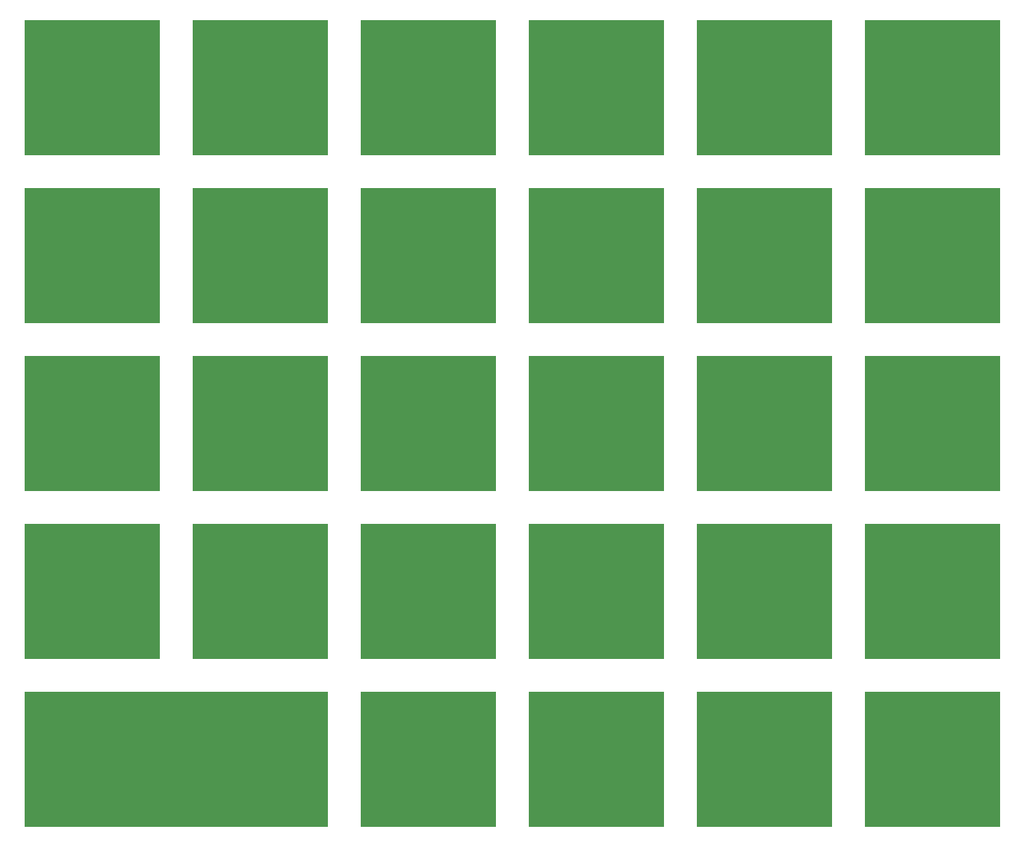
<source format=gbs>
G04 #@! TF.GenerationSoftware,KiCad,Pcbnew,(6.0.10)*
G04 #@! TF.CreationDate,2023-08-27T19:00:13-04:00*
G04 #@! TF.ProjectId,split-plate,73706c69-742d-4706-9c61-74652e6b6963,rev?*
G04 #@! TF.SameCoordinates,Original*
G04 #@! TF.FileFunction,Soldermask,Bot*
G04 #@! TF.FilePolarity,Negative*
%FSLAX46Y46*%
G04 Gerber Fmt 4.6, Leading zero omitted, Abs format (unit mm)*
G04 Created by KiCad (PCBNEW (6.0.10)) date 2023-08-27 19:00:13*
%MOMM*%
%LPD*%
G01*
G04 APERTURE LIST*
%ADD10C,0.100000*%
G04 APERTURE END LIST*
D10*
X123349188Y-51911468D02*
X138589188Y-51911468D01*
X138589188Y-51911468D02*
X138589188Y-67151468D01*
X138589188Y-67151468D02*
X123349188Y-67151468D01*
X123349188Y-67151468D02*
X123349188Y-51911468D01*
G36*
X123349188Y-51911468D02*
G01*
X138589188Y-51911468D01*
X138589188Y-67151468D01*
X123349188Y-67151468D01*
X123349188Y-51911468D01*
G37*
X161449188Y-109061468D02*
X176689188Y-109061468D01*
X176689188Y-109061468D02*
X176689188Y-124301468D01*
X176689188Y-124301468D02*
X161449188Y-124301468D01*
X161449188Y-124301468D02*
X161449188Y-109061468D01*
G36*
X161449188Y-109061468D02*
G01*
X176689188Y-109061468D01*
X176689188Y-124301468D01*
X161449188Y-124301468D01*
X161449188Y-109061468D01*
G37*
X180499188Y-70961468D02*
X195739188Y-70961468D01*
X195739188Y-70961468D02*
X195739188Y-86201468D01*
X195739188Y-86201468D02*
X180499188Y-86201468D01*
X180499188Y-86201468D02*
X180499188Y-70961468D01*
G36*
X180499188Y-70961468D02*
G01*
X195739188Y-70961468D01*
X195739188Y-86201468D01*
X180499188Y-86201468D01*
X180499188Y-70961468D01*
G37*
X161449188Y-51911468D02*
X176689188Y-51911468D01*
X176689188Y-51911468D02*
X176689188Y-67151468D01*
X176689188Y-67151468D02*
X161449188Y-67151468D01*
X161449188Y-67151468D02*
X161449188Y-51911468D01*
G36*
X161449188Y-51911468D02*
G01*
X176689188Y-51911468D01*
X176689188Y-67151468D01*
X161449188Y-67151468D01*
X161449188Y-51911468D01*
G37*
X199549188Y-51911468D02*
X214789188Y-51911468D01*
X214789188Y-51911468D02*
X214789188Y-67151468D01*
X214789188Y-67151468D02*
X199549188Y-67151468D01*
X199549188Y-67151468D02*
X199549188Y-51911468D01*
G36*
X199549188Y-51911468D02*
G01*
X214789188Y-51911468D01*
X214789188Y-67151468D01*
X199549188Y-67151468D01*
X199549188Y-51911468D01*
G37*
X180499188Y-109061468D02*
X195739188Y-109061468D01*
X195739188Y-109061468D02*
X195739188Y-124301468D01*
X195739188Y-124301468D02*
X180499188Y-124301468D01*
X180499188Y-124301468D02*
X180499188Y-109061468D01*
G36*
X180499188Y-109061468D02*
G01*
X195739188Y-109061468D01*
X195739188Y-124301468D01*
X180499188Y-124301468D01*
X180499188Y-109061468D01*
G37*
X161449188Y-70961468D02*
X176689188Y-70961468D01*
X176689188Y-70961468D02*
X176689188Y-86201468D01*
X176689188Y-86201468D02*
X161449188Y-86201468D01*
X161449188Y-86201468D02*
X161449188Y-70961468D01*
G36*
X161449188Y-70961468D02*
G01*
X176689188Y-70961468D01*
X176689188Y-86201468D01*
X161449188Y-86201468D01*
X161449188Y-70961468D01*
G37*
X142399188Y-109061468D02*
X157639188Y-109061468D01*
X157639188Y-109061468D02*
X157639188Y-124301468D01*
X157639188Y-124301468D02*
X142399188Y-124301468D01*
X142399188Y-124301468D02*
X142399188Y-109061468D01*
G36*
X142399188Y-109061468D02*
G01*
X157639188Y-109061468D01*
X157639188Y-124301468D01*
X142399188Y-124301468D01*
X142399188Y-109061468D01*
G37*
X142399188Y-128111468D02*
X157639188Y-128111468D01*
X157639188Y-128111468D02*
X157639188Y-143351468D01*
X157639188Y-143351468D02*
X142399188Y-143351468D01*
X142399188Y-143351468D02*
X142399188Y-128111468D01*
G36*
X142399188Y-128111468D02*
G01*
X157639188Y-128111468D01*
X157639188Y-143351468D01*
X142399188Y-143351468D01*
X142399188Y-128111468D01*
G37*
X199549188Y-109061468D02*
X214789188Y-109061468D01*
X214789188Y-109061468D02*
X214789188Y-124301468D01*
X214789188Y-124301468D02*
X199549188Y-124301468D01*
X199549188Y-124301468D02*
X199549188Y-109061468D01*
G36*
X199549188Y-109061468D02*
G01*
X214789188Y-109061468D01*
X214789188Y-124301468D01*
X199549188Y-124301468D01*
X199549188Y-109061468D01*
G37*
X180499188Y-90011468D02*
X195739188Y-90011468D01*
X195739188Y-90011468D02*
X195739188Y-105251468D01*
X195739188Y-105251468D02*
X180499188Y-105251468D01*
X180499188Y-105251468D02*
X180499188Y-90011468D01*
G36*
X180499188Y-90011468D02*
G01*
X195739188Y-90011468D01*
X195739188Y-105251468D01*
X180499188Y-105251468D01*
X180499188Y-90011468D01*
G37*
X199549188Y-70961468D02*
X214789188Y-70961468D01*
X214789188Y-70961468D02*
X214789188Y-86201468D01*
X214789188Y-86201468D02*
X199549188Y-86201468D01*
X199549188Y-86201468D02*
X199549188Y-70961468D01*
G36*
X199549188Y-70961468D02*
G01*
X214789188Y-70961468D01*
X214789188Y-86201468D01*
X199549188Y-86201468D01*
X199549188Y-70961468D01*
G37*
X104299188Y-70961468D02*
X119539188Y-70961468D01*
X119539188Y-70961468D02*
X119539188Y-86201468D01*
X119539188Y-86201468D02*
X104299188Y-86201468D01*
X104299188Y-86201468D02*
X104299188Y-70961468D01*
G36*
X104299188Y-70961468D02*
G01*
X119539188Y-70961468D01*
X119539188Y-86201468D01*
X104299188Y-86201468D01*
X104299188Y-70961468D01*
G37*
X123349188Y-109061468D02*
X138589188Y-109061468D01*
X138589188Y-109061468D02*
X138589188Y-124301468D01*
X138589188Y-124301468D02*
X123349188Y-124301468D01*
X123349188Y-124301468D02*
X123349188Y-109061468D01*
G36*
X123349188Y-109061468D02*
G01*
X138589188Y-109061468D01*
X138589188Y-124301468D01*
X123349188Y-124301468D01*
X123349188Y-109061468D01*
G37*
X180499188Y-51911468D02*
X195739188Y-51911468D01*
X195739188Y-51911468D02*
X195739188Y-67151468D01*
X195739188Y-67151468D02*
X180499188Y-67151468D01*
X180499188Y-67151468D02*
X180499188Y-51911468D01*
G36*
X180499188Y-51911468D02*
G01*
X195739188Y-51911468D01*
X195739188Y-67151468D01*
X180499188Y-67151468D01*
X180499188Y-51911468D01*
G37*
X104299188Y-109061468D02*
X119539188Y-109061468D01*
X119539188Y-109061468D02*
X119539188Y-124301468D01*
X119539188Y-124301468D02*
X104299188Y-124301468D01*
X104299188Y-124301468D02*
X104299188Y-109061468D01*
G36*
X104299188Y-109061468D02*
G01*
X119539188Y-109061468D01*
X119539188Y-124301468D01*
X104299188Y-124301468D01*
X104299188Y-109061468D01*
G37*
X104299188Y-90011468D02*
X119539188Y-90011468D01*
X119539188Y-90011468D02*
X119539188Y-105251468D01*
X119539188Y-105251468D02*
X104299188Y-105251468D01*
X104299188Y-105251468D02*
X104299188Y-90011468D01*
G36*
X104299188Y-90011468D02*
G01*
X119539188Y-90011468D01*
X119539188Y-105251468D01*
X104299188Y-105251468D01*
X104299188Y-90011468D01*
G37*
X123349188Y-70961468D02*
X138589188Y-70961468D01*
X138589188Y-70961468D02*
X138589188Y-86201468D01*
X138589188Y-86201468D02*
X123349188Y-86201468D01*
X123349188Y-86201468D02*
X123349188Y-70961468D01*
G36*
X123349188Y-70961468D02*
G01*
X138589188Y-70961468D01*
X138589188Y-86201468D01*
X123349188Y-86201468D01*
X123349188Y-70961468D01*
G37*
X199549188Y-128111468D02*
X214789188Y-128111468D01*
X214789188Y-128111468D02*
X214789188Y-143351468D01*
X214789188Y-143351468D02*
X199549188Y-143351468D01*
X199549188Y-143351468D02*
X199549188Y-128111468D01*
G36*
X199549188Y-128111468D02*
G01*
X214789188Y-128111468D01*
X214789188Y-143351468D01*
X199549188Y-143351468D01*
X199549188Y-128111468D01*
G37*
X142399188Y-90011468D02*
X157639188Y-90011468D01*
X157639188Y-90011468D02*
X157639188Y-105251468D01*
X157639188Y-105251468D02*
X142399188Y-105251468D01*
X142399188Y-105251468D02*
X142399188Y-90011468D01*
G36*
X142399188Y-90011468D02*
G01*
X157639188Y-90011468D01*
X157639188Y-105251468D01*
X142399188Y-105251468D01*
X142399188Y-90011468D01*
G37*
X123349188Y-90011468D02*
X138589188Y-90011468D01*
X138589188Y-90011468D02*
X138589188Y-105251468D01*
X138589188Y-105251468D02*
X123349188Y-105251468D01*
X123349188Y-105251468D02*
X123349188Y-90011468D01*
G36*
X123349188Y-90011468D02*
G01*
X138589188Y-90011468D01*
X138589188Y-105251468D01*
X123349188Y-105251468D01*
X123349188Y-90011468D01*
G37*
X142399188Y-70961468D02*
X157639188Y-70961468D01*
X157639188Y-70961468D02*
X157639188Y-86201468D01*
X157639188Y-86201468D02*
X142399188Y-86201468D01*
X142399188Y-86201468D02*
X142399188Y-70961468D01*
G36*
X142399188Y-70961468D02*
G01*
X157639188Y-70961468D01*
X157639188Y-86201468D01*
X142399188Y-86201468D01*
X142399188Y-70961468D01*
G37*
X104299188Y-51911468D02*
X119539188Y-51911468D01*
X119539188Y-51911468D02*
X119539188Y-67151468D01*
X119539188Y-67151468D02*
X104299188Y-67151468D01*
X104299188Y-67151468D02*
X104299188Y-51911468D01*
G36*
X104299188Y-51911468D02*
G01*
X119539188Y-51911468D01*
X119539188Y-67151468D01*
X104299188Y-67151468D01*
X104299188Y-51911468D01*
G37*
X104299188Y-128111468D02*
X138589268Y-128111468D01*
X138589268Y-128111468D02*
X138589268Y-143351468D01*
X138589268Y-143351468D02*
X104299188Y-143351468D01*
X104299188Y-143351468D02*
X104299188Y-128111468D01*
G36*
X104299188Y-128111468D02*
G01*
X138589268Y-128111468D01*
X138589268Y-143351468D01*
X104299188Y-143351468D01*
X104299188Y-128111468D01*
G37*
X161449188Y-128111468D02*
X176689188Y-128111468D01*
X176689188Y-128111468D02*
X176689188Y-143351468D01*
X176689188Y-143351468D02*
X161449188Y-143351468D01*
X161449188Y-143351468D02*
X161449188Y-128111468D01*
G36*
X161449188Y-128111468D02*
G01*
X176689188Y-128111468D01*
X176689188Y-143351468D01*
X161449188Y-143351468D01*
X161449188Y-128111468D01*
G37*
X199549188Y-90011468D02*
X214789188Y-90011468D01*
X214789188Y-90011468D02*
X214789188Y-105251468D01*
X214789188Y-105251468D02*
X199549188Y-105251468D01*
X199549188Y-105251468D02*
X199549188Y-90011468D01*
G36*
X199549188Y-90011468D02*
G01*
X214789188Y-90011468D01*
X214789188Y-105251468D01*
X199549188Y-105251468D01*
X199549188Y-90011468D01*
G37*
X180499188Y-128111468D02*
X195739188Y-128111468D01*
X195739188Y-128111468D02*
X195739188Y-143351468D01*
X195739188Y-143351468D02*
X180499188Y-143351468D01*
X180499188Y-143351468D02*
X180499188Y-128111468D01*
G36*
X180499188Y-128111468D02*
G01*
X195739188Y-128111468D01*
X195739188Y-143351468D01*
X180499188Y-143351468D01*
X180499188Y-128111468D01*
G37*
X142399188Y-51911468D02*
X157639188Y-51911468D01*
X157639188Y-51911468D02*
X157639188Y-67151468D01*
X157639188Y-67151468D02*
X142399188Y-67151468D01*
X142399188Y-67151468D02*
X142399188Y-51911468D01*
G36*
X142399188Y-51911468D02*
G01*
X157639188Y-51911468D01*
X157639188Y-67151468D01*
X142399188Y-67151468D01*
X142399188Y-51911468D01*
G37*
X161449188Y-90011468D02*
X176689188Y-90011468D01*
X176689188Y-90011468D02*
X176689188Y-105251468D01*
X176689188Y-105251468D02*
X161449188Y-105251468D01*
X161449188Y-105251468D02*
X161449188Y-90011468D01*
G36*
X161449188Y-90011468D02*
G01*
X176689188Y-90011468D01*
X176689188Y-105251468D01*
X161449188Y-105251468D01*
X161449188Y-90011468D01*
G37*
M02*

</source>
